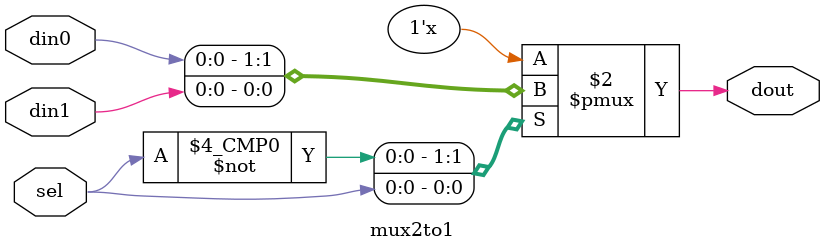
<source format=v>
module mux2to1 #(parameter N = 1)(input sel, 
                                  input [N-1:0] din0, din1,
                                  output reg [N-1:0] dout
    );
  
  //multiplexor
  always @*
    case (sel)
     0 : dout <= din0;
     1 : dout <= din1;
     default : dout <= din0;
  endcase
  
  
  
endmodule

</source>
